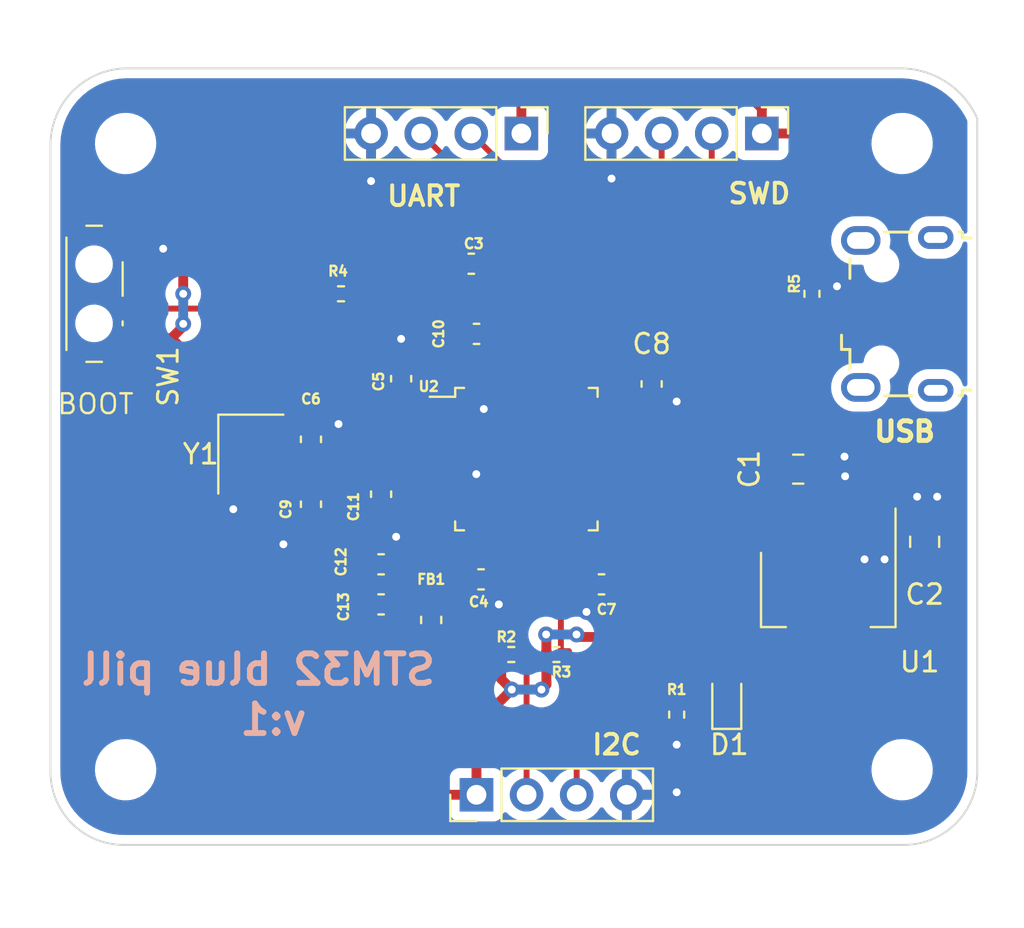
<source format=kicad_pcb>
(kicad_pcb (version 20211014) (generator pcbnew)
  (title_block (title "STM32") (date "2023-08-21") (rev "v1") (comment 1 "Author: Lipson"))
  (layers (0 "F.Cu" signal) (31 "B.Cu" signal) (34 "B.Paste" user) (35 "F.Paste" user) (36 "B.SilkS" user "B.Silkscreen") (37 "F.SilkS" user "F.Silkscreen") (38 "B.Mask" user) (39 "F.Mask" user) (44 "Edge.Cuts" user))
  (net 0 "")
  (net 1 "VBUS")
  (net 2 "GND")
  (net 3 "+3.3V")
  (net 4 "Net-(C4-Pad1)")
  (net 5 "/HSE_IN")
  (net 6 "/HSE_OUT")
  (net 7 "+3.3VA")
  (net 8 "/Power indicator")
  (net 9 "/I2C2_SCL")
  (net 10 "/I2C2_SDA")
  (net 11 "/USART1_TX")
  (net 12 "/USART1_RX")
  (net 13 "/USB_D-")
  (net 14 "/USB_D+")
  (net 16 "/SWDIO")
  (net 17 "/SWCLK")
  (net 18 "Net-(R4-Pad1)")
  (net 19 "/BOOT0")
  (footprint "Button_Switch_SMD:SW_SPDT_PCM12" (layer "F.Cu") (at 111.76 60.96 -90)
    (fp_text reference "SW1" (at 4.191 -3.429 -90) (layer "F.SilkS"))
    (fp_text value "SW_SPDT")
    (fp_line (start 3.45 0.72) (end 3.45 -0.07) (layer "F.SilkS") (width 0.12))
    (fp_line (start -3.45 -0.07) (end -3.45 0.72) (layer "F.SilkS") (width 0.12))
    (fp_line (start 1.4 -1.12) (end 1.6 -1.12) (layer "F.SilkS") (width 0.12))
    (fp_line (start -1.6 -1.12) (end 0.1 -1.12) (layer "F.SilkS") (width 0.12))
    (fp_line (start -2.85 1.73) (end 2.85 1.73) (layer "F.SilkS") (width 0.12))
    (pad "" smd rect (at 3.65 -0.78 270) (size 1 0.8) (layers "F.Cu" "F.Paste" "F.Mask"))
    (pad "" smd rect (at 3.65 1.43 270) (size 1 0.8) (layers "F.Cu" "F.Paste" "F.Mask"))
    (pad "" np_thru_hole circle (at -1.5 0.33 270) (size 0.9 0.9) (drill 0.9) (layers *.Cu *.Mask))
    (pad "" smd rect (at -3.65 -0.78 270) (size 1 0.8) (layers "F.Cu" "F.Paste" "F.Mask"))
    (pad "" smd rect (at -3.65 1.43 270) (size 1 0.8) (layers "F.Cu" "F.Paste" "F.Mask"))
    (pad "" np_thru_hole circle (at 1.5 0.33 270) (size 0.9 0.9) (drill 0.9) (layers *.Cu *.Mask))
    (pad "1" smd rect (at -2.25 -1.43 270) (size 0.7 1.5) (layers "F.Cu" "F.Paste" "F.Mask") (net 2 "GND"))
    (pad "2" smd rect (at 0.75 -1.43 270) (size 0.7 1.5) (layers "F.Cu" "F.Paste" "F.Mask") (net 18 "Net-(R4-Pad1)"))
    (pad "3" smd rect (at 2.25 -1.43 270) (size 0.7 1.5) (layers "F.Cu" "F.Paste" "F.Mask") (net 3 "+3.3V"))
  )
  (footprint "Capacitor_SMD:C_0603_1608Metric" (layer "F.Cu") (at 139.7 65.532 -90)
    (fp_text reference "C8" (at -2.032 0 180) (layer "F.SilkS"))
    (fp_text value "100n")
    (fp_line (start -0.14058 0.51) (end 0.14058 0.51) (layer "F.SilkS") (width 0.12))
    (fp_line (start -0.14058 -0.51) (end 0.14058 -0.51) (layer "F.SilkS") (width 0.12))
    (pad "1" smd roundrect (at -0.775 0 270) (size 0.9 0.95) (layers "F.Cu" "F.Paste" "F.Mask") (net 3 "+3.3V"))
    (pad "2" smd roundrect (at 0.775 0 270) (size 0.9 0.95) (layers "F.Cu" "F.Paste" "F.Mask") (net 2 "GND"))
  )
  (footprint "Capacitor_SMD:C_0603_1608Metric" (layer "F.Cu") (at 122.428 68.339 90)
    (fp_text reference "C6" (at 2.045 0 180) (layer "F.SilkS") (effects (font (size 0.5 0.5) (thickness 0.125))))
    (fp_text value "10p")
    (fp_line (start -0.14058 -0.51) (end 0.14058 -0.51) (layer "F.SilkS") (width 0.12))
    (fp_line (start -0.14058 0.51) (end 0.14058 0.51) (layer "F.SilkS") (width 0.12))
    (pad "1" smd roundrect (at -0.775 0 90) (size 0.9 0.95) (layers "F.Cu" "F.Paste" "F.Mask") (net 5 "/HSE_IN"))
    (pad "2" smd roundrect (at 0.775 0 90) (size 0.9 0.95) (layers "F.Cu" "F.Paste" "F.Mask") (net 2 "GND"))
  )
  (footprint "Resistor_SMD:R_0402_1005Metric" (layer "F.Cu") (at 132.586 79.248)
    (fp_text reference "R2" (at -0.252 -0.889) (layer "F.SilkS") (effects (font (size 0.5 0.5) (thickness 0.125))))
    (fp_text value "1k5")
    (fp_line (start -0.153641 -0.38) (end 0.153641 -0.38) (layer "F.SilkS") (width 0.12))
    (fp_line (start -0.153641 0.38) (end 0.153641 0.38) (layer "F.SilkS") (width 0.12))
    (pad "1" smd roundrect (at -0.51 0) (size 0.54 0.64) (layers "F.Cu" "F.Paste" "F.Mask") (net 3 "+3.3V"))
    (pad "2" smd roundrect (at 0.51 0) (size 0.54 0.64) (layers "F.Cu" "F.Paste" "F.Mask") (net 9 "/I2C2_SCL"))
  )
  (footprint "Capacitor_SMD:C_0805_2012Metric" (layer "F.Cu") (at 147.132 69.85)
    (fp_text reference "C1" (at -2.479 0 90) (layer "F.SilkS"))
    (fp_text value "22u")
    (fp_line (start -0.261252 -0.735) (end 0.261252 -0.735) (layer "F.SilkS") (width 0.12))
    (fp_line (start -0.261252 0.735) (end 0.261252 0.735) (layer "F.SilkS") (width 0.12))
    (pad "1" smd roundrect (at -0.95 0) (size 1 1.45) (layers "F.Cu" "F.Paste" "F.Mask") (net 1 "VBUS"))
    (pad "2" smd roundrect (at 0.95 0) (size 1 1.45) (layers "F.Cu" "F.Paste" "F.Mask") (net 2 "GND"))
  )
  (footprint "Resistor_SMD:R_0402_1005Metric" (layer "F.Cu") (at 134.874 79.248)
    (fp_text reference "R3" (at 0.254 0.889) (layer "F.SilkS") (effects (font (size 0.5 0.5) (thickness 0.125))))
    (fp_text value "1k5")
    (fp_line (start -0.153641 0.38) (end 0.153641 0.38) (layer "F.SilkS") (width 0.12))
    (fp_line (start -0.153641 -0.38) (end 0.153641 -0.38) (layer "F.SilkS") (width 0.12))
    (pad "1" smd roundrect (at -0.51 0) (size 0.54 0.64) (layers "F.Cu" "F.Paste" "F.Mask") (net 3 "+3.3V"))
    (pad "2" smd roundrect (at 0.51 0) (size 0.54 0.64) (layers "F.Cu" "F.Paste" "F.Mask") (net 10 "/I2C2_SDA"))
  )
  (footprint "Resistor_SMD:R_0402_1005Metric" (layer "F.Cu") (at 123.952 60.96)
    (fp_text reference "R4" (at -0.153641 -1.143) (layer "F.SilkS") (effects (font (size 0.5 0.5) (thickness 0.125))))
    (fp_text value "10k")
    (fp_line (start -0.153641 -0.38) (end 0.153641 -0.38) (layer "F.SilkS") (width 0.12))
    (fp_line (start -0.153641 0.38) (end 0.153641 0.38) (layer "F.SilkS") (width 0.12))
    (pad "1" smd roundrect (at -0.51 0) (size 0.54 0.64) (layers "F.Cu" "F.Paste" "F.Mask") (net 18 "Net-(R4-Pad1)"))
    (pad "2" smd roundrect (at 0.51 0) (size 0.54 0.64) (layers "F.Cu" "F.Paste" "F.Mask") (net 19 "/BOOT0"))
  )
  (footprint "Capacitor_SMD:C_0603_1608Metric" (layer "F.Cu") (at 137.16 75.692 180)
    (fp_text reference "C7" (at -0.254 -1.27 180) (layer "F.SilkS") (effects (font (size 0.5 0.5) (thickness 0.125))))
    (fp_text value "100n")
    (fp_line (start -0.14058 -0.51) (end 0.14058 -0.51) (layer "F.SilkS") (width 0.12))
    (fp_line (start -0.14058 0.51) (end 0.14058 0.51) (layer "F.SilkS") (width 0.12))
    (pad "1" smd roundrect (at -0.775 0 180) (size 0.9 0.95) (layers "F.Cu" "F.Paste" "F.Mask") (net 3 "+3.3V"))
    (pad "2" smd roundrect (at 0.775 0 180) (size 0.9 0.95) (layers "F.Cu" "F.Paste" "F.Mask") (net 2 "GND"))
  )
  (footprint "Connector_PinHeader_2.54mm:PinHeader_1x04_P2.54mm_Vertical" (layer "F.Cu") (at 133.096 52.832 -90)
    (fp_text reference "J2")
    (fp_text value "Conn_01x04_Male")
    (fp_line (start -1.33 -1.33) (end 0 -1.33) (layer "F.SilkS") (width 0.12))
    (fp_line (start 1.33 1.27) (end 1.33 8.95) (layer "F.SilkS") (width 0.12))
    (fp_line (start -1.33 0) (end -1.33 -1.33) (layer "F.SilkS") (width 0.12))
    (fp_line (start -1.33 8.95) (end 1.33 8.95) (layer "F.SilkS") (width 0.12))
    (fp_line (start -1.33 1.27) (end -1.33 8.95) (layer "F.SilkS") (width 0.12))
    (fp_line (start -1.33 1.27) (end 1.33 1.27) (layer "F.SilkS") (width 0.12))
    (pad "1" thru_hole rect (at 0 0 270) (size 1.7 1.7) (drill 1) (layers *.Cu *.Mask) (net 3 "+3.3V"))
    (pad "2" thru_hole oval (at 0 2.54 270) (size 1.7 1.7) (drill 1) (layers *.Cu *.Mask) (net 11 "/USART1_TX"))
    (pad "3" thru_hole oval (at 0 5.08 270) (size 1.7 1.7) (drill 1) (layers *.Cu *.Mask) (net 12 "/USART1_RX"))
    (pad "4" thru_hole oval (at 0 7.62 270) (size 1.7 1.7) (drill 1) (layers *.Cu *.Mask) (net 2 "GND"))
  )
  (footprint "MountingHole:MountingHole_2.1mm" (layer "F.Cu") (at 152.4 53.34)
    (fp_text reference "H3")
    (fp_text value "MountingHole")
    (pad "" np_thru_hole circle (at 0 0) (size 2.1 2.1) (drill 2.1) (layers *.Cu *.Mask))
  )
  (footprint "Capacitor_SMD:C_0805_2012Metric" (layer "F.Cu") (at 153.543 73.533 90)
    (fp_text reference "C2" (at -2.667 0 180) (layer "F.SilkS"))
    (fp_text value "22u")
    (fp_line (start -0.261252 -0.735) (end 0.261252 -0.735) (layer "F.SilkS") (width 0.12))
    (fp_line (start -0.261252 0.735) (end 0.261252 0.735) (layer "F.SilkS") (width 0.12))
    (pad "1" smd roundrect (at -0.95 0 90) (size 1 1.45) (layers "F.Cu" "F.Paste" "F.Mask") (net 3 "+3.3V"))
    (pad "2" smd roundrect (at 0.95 0 90) (size 1 1.45) (layers "F.Cu" "F.Paste" "F.Mask") (net 2 "GND"))
  )
  (footprint "Capacitor_SMD:C_0603_1608Metric" (layer "F.Cu") (at 122.428 71.628 -90)
    (fp_text reference "C9" (at 0.254 1.27 -90) (layer "F.SilkS") (effects (font (size 0.5 0.5) (thickness 0.125))))
    (fp_text value "10p")
    (fp_line (start -0.14058 -0.51) (end 0.14058 -0.51) (layer "F.SilkS") (width 0.12))
    (fp_line (start -0.14058 0.51) (end 0.14058 0.51) (layer "F.SilkS") (width 0.12))
    (pad "1" smd roundrect (at -0.775 0 270) (size 0.9 0.95) (layers "F.Cu" "F.Paste" "F.Mask") (net 6 "/HSE_OUT"))
    (pad "2" smd roundrect (at 0.775 0 270) (size 0.9 0.95) (layers "F.Cu" "F.Paste" "F.Mask") (net 2 "GND"))
  )
  (footprint "Connector_PinHeader_2.54mm:PinHeader_1x04_P2.54mm_Vertical" (layer "F.Cu") (at 145.288 52.832 -90)
    (fp_text reference "J4")
    (fp_text value "Conn_01x04_Male")
    (fp_line (start -1.33 1.27) (end -1.33 8.95) (layer "F.SilkS") (width 0.12))
    (fp_line (start -1.33 8.95) (end 1.33 8.95) (layer "F.SilkS") (width 0.12))
    (fp_line (start -1.33 0) (end -1.33 -1.33) (layer "F.SilkS") (width 0.12))
    (fp_line (start -1.33 -1.33) (end 0 -1.33) (layer "F.SilkS") (width 0.12))
    (fp_line (start 1.33 1.27) (end 1.33 8.95) (layer "F.SilkS") (width 0.12))
    (fp_line (start -1.33 1.27) (end 1.33 1.27) (layer "F.SilkS") (width 0.12))
    (pad "1" thru_hole rect (at 0 0 270) (size 1.7 1.7) (drill 1) (layers *.Cu *.Mask) (net 3 "+3.3V"))
    (pad "2" thru_hole oval (at 0 2.54 270) (size 1.7 1.7) (drill 1) (layers *.Cu *.Mask) (net 16 "/SWDIO"))
    (pad "3" thru_hole oval (at 0 5.08 270) (size 1.7 1.7) (drill 1) (layers *.Cu *.Mask) (net 17 "/SWCLK"))
    (pad "4" thru_hole oval (at 0 7.62 270) (size 1.7 1.7) (drill 1) (layers *.Cu *.Mask) (net 2 "GND"))
  )
  (footprint "Capacitor_SMD:C_0603_1608Metric" (layer "F.Cu") (at 127 65.265 90)
    (fp_text reference "C5" (at -0.14 -1.143 270) (layer "F.SilkS") (effects (font (size 0.5 0.5) (thickness 0.125))))
    (fp_text value "100n")
    (fp_line (start -0.14058 0.51) (end 0.14058 0.51) (layer "F.SilkS") (width 0.12))
    (fp_line (start -0.14058 -0.51) (end 0.14058 -0.51) (layer "F.SilkS") (width 0.12))
    (pad "1" smd roundrect (at -0.775 0 90) (size 0.9 0.95) (layers "F.Cu" "F.Paste" "F.Mask") (net 3 "+3.3V"))
    (pad "2" smd roundrect (at 0.775 0 90) (size 0.9 0.95) (layers "F.Cu" "F.Paste" "F.Mask") (net 2 "GND"))
  )
  (footprint "MountingHole:MountingHole_2.1mm" (layer "F.Cu") (at 113.03 53.34)
    (fp_text reference "H4")
    (fp_text value "MountingHole")
    (pad "" np_thru_hole circle (at 0 0) (size 2.1 2.1) (drill 2.1) (layers *.Cu *.Mask))
  )
  (footprint "Package_QFP:LQFP-48_7x7mm_P0.5mm" (layer "F.Cu") (at 133.35 69.342)
    (fp_text reference "U2" (at -4.953 -3.683) (layer "F.SilkS") (effects (font (size 0.5 0.5) (thickness 0.125))))
    (fp_text value "STM32F103C8Tx")
    (fp_line (start -3.16 3.61) (end -3.61 3.61) (layer "F.SilkS") (width 0.12))
    (fp_line (start 3.16 3.61) (end 3.61 3.61) (layer "F.SilkS") (width 0.12))
    (fp_line (start 3.61 -3.61) (end 3.61 -3.16) (layer "F.SilkS") (width 0.12))
    (fp_line (start -3.61 -3.61) (end -3.61 -3.16) (layer "F.SilkS") (width 0.12))
    (fp_line (start 3.16 -3.61) (end 3.61 -3.61) (layer "F.SilkS") (width 0.12))
    (fp_line (start 3.61 3.61) (end 3.61 3.16) (layer "F.SilkS") (width 0.12))
    (fp_line (start -3.61 3.61) (end -3.61 3.16) (layer "F.SilkS") (width 0.12))
    (fp_line (start -3.61 -3.16) (end -4.9 -3.16) (layer "F.SilkS") (width 0.12))
    (fp_line (start -3.16 -3.61) (end -3.61 -3.61) (layer "F.SilkS") (width 0.12))
    (pad "1" smd roundrect (at -4.1625 -2.75) (size 1.475 0.3) (layers "F.Cu" "F.Paste" "F.Mask") (net 3 "+3.3V"))
    (pad "2" smd roundrect (at -4.1625 -2.25) (size 1.475 0.3) (layers "F.Cu" "F.Paste" "F.Mask"))
    (pad "3" smd roundrect (at -4.1625 -1.75) (size 1.475 0.3) (layers "F.Cu" "F.Paste" "F.Mask"))
    (pad "4" smd roundrect (at -4.1625 -1.25) (size 1.475 0.3) (layers "F.Cu" "F.Paste" "F.Mask"))
    (pad "5" smd roundrect (at -4.1625 -0.75) (size 1.475 0.3) (layers "F.Cu" "F.Paste" "F.Mask") (net 5 "/HSE_IN"))
    (pad "6" smd roundrect (at -4.1625 -0.25) (size 1.475 0.3) (layers "F.Cu" "F.Paste" "F.Mask") (net 6 "/HSE_OUT"))
    (pad "7" smd roundrect (at -4.1625 0.25) (size 1.475 0.3) (layers "F.Cu" "F.Paste" "F.Mask") (net 4 "Net-(C4-Pad1)"))
    (pad "8" smd roundrect (at -4.1625 0.75) (size 1.475 0.3) (layers "F.Cu" "F.Paste" "F.Mask") (net 2 "GND"))
    (pad "9" smd roundrect (at -4.1625 1.25) (size 1.475 0.3) (layers "F.Cu" "F.Paste" "F.Mask") (net 7 "+3.3VA"))
    (pad "10" smd roundrect (at -4.1625 1.75) (size 1.475 0.3) (layers "F.Cu" "F.Paste" "F.Mask"))
    (pad "11" smd roundrect (at -4.1625 2.25) (size 1.475 0.3) (layers "F.Cu" "F.Paste" "F.Mask"))
    (pad "12" smd roundrect (at -4.1625 2.75) (size 1.475 0.3) (layers "F.Cu" "F.Paste" "F.Mask"))
    (pad "13" smd roundrect (at -2.75 4.1625) (size 0.3 1.475) (layers "F.Cu" "F.Paste" "F.Mask"))
    (pad "14" smd roundrect (at -2.25 4.1625) (size 0.3 1.475) (layers "F.Cu" "F.Paste" "F.Mask"))
    (pad "15" smd roundrect (at -1.75 4.1625) (size 0.3 1.475) (layers "F.Cu" "F.Paste" "F.Mask"))
    (pad "16" smd roundrect (at -1.25 4.1625) (size 0.3 1.475) (layers "F.Cu" "F.Paste" "F.Mask"))
    (pad "17" smd roundrect (at -0.75 4.1625) (size 0.3 1.475) (layers "F.Cu" "F.Paste" "F.Mask"))
    (pad "18" smd roundrect (at -0.25 4.1625) (size 0.3 1.475) (layers "F.Cu" "F.Paste" "F.Mask"))
    (pad "19" smd roundrect (at 0.25 4.1625) (size 0.3 1.475) (layers "F.Cu" "F.Paste" "F.Mask"))
    (pad "20" smd roundrect (at 0.75 4.1625) (size 0.3 1.475) (layers "F.Cu" "F.Paste" "F.Mask"))
    (pad "21" smd roundrect (at 1.25 4.1625) (size 0.3 1.475) (layers "F.Cu" "F.Paste" "F.Mask") (net 9 "/I2C2_SCL"))
    (pad "22" smd roundrect (at 1.75 4.1625) (size 0.3 1.475) (layers "F.Cu" "F.Paste" "F.Mask") (net 10 "/I2C2_SDA"))
    (pad "23" smd roundrect (at 2.25 4.1625) (size 0.3 1.475) (layers "F.Cu" "F.Paste" "F.Mask") (net 2 "GND"))
    (pad "24" smd roundrect (at 2.75 4.1625) (size 0.3 1.475) (layers "F.Cu" "F.Paste" "F.Mask") (net 3 "+3.3V"))
    (pad "25" smd roundrect (at 4.1625 2.75) (size 1.475 0.3) (layers "F.Cu" "F.Paste" "F.Mask"))
    (pad "26" smd roundrect (at 4.1625 2.25) (size 1.475 0.3) (layers "F.Cu" "F.Paste" "F.Mask"))
    (pad "27" smd roundrect (at 4.1625 1.75) (size 1.475 0.3) (layers "F.Cu" "F.Paste" "F.Mask"))
    (pad "28" smd roundrect (at 4.1625 1.25) (size 1.475 0.3) (layers "F.Cu" "F.Paste" "F.Mask"))
    (pad "29" smd roundrect (at 4.1625 0.75) (size 1.475 0.3) (layers "F.Cu" "F.Paste" "F.Mask"))
    (pad "30" smd roundrect (at 4.1625 0.25) (size 1.475 0.3) (layers "F.Cu" "F.Paste" "F.Mask"))
    (pad "31" smd roundrect (at 4.1625 -0.25) (size 1.475 0.3) (layers "F.Cu" "F.Paste" "F.Mask"))
    (pad "32" smd roundrect (at 4.1625 -0.75) (size 1.475 0.3) (layers "F.Cu" "F.Paste" "F.Mask") (net 13 "/USB_D-"))
    (pad "33" smd roundrect (at 4.1625 -1.25) (size 1.475 0.3) (layers "F.Cu" "F.Paste" "F.Mask") (net 14 "/USB_D+"))
    (pad "34" smd roundrect (at 4.1625 -1.75) (size 1.475 0.3) (layers "F.Cu" "F.Paste" "F.Mask") (net 16 "/SWDIO"))
    (pad "35" smd roundrect (at 4.1625 -2.25) (size 1.475 0.3) (layers "F.Cu" "F.Paste" "F.Mask") (net 2 "GND"))
    (pad "36" smd roundrect (at 4.1625 -2.75) (size 1.475 0.3) (layers "F.Cu" "F.Paste" "F.Mask") (net 3 "+3.3V"))
    (pad "37" smd roundrect (at 2.75 -4.1625) (size 0.3 1.475) (layers "F.Cu" "F.Paste" "F.Mask") (net 17 "/SWCLK"))
    (pad "38" smd roundrect (at 2.25 -4.1625) (size 0.3 1.475) (layers "F.Cu" "F.Paste" "F.Mask"))
    (pad "39" smd roundrect (at 1.75 -4.1625) (size 0.3 1.475) (layers "F.Cu" "F.Paste" "F.Mask"))
    (pad "40" smd roundrect (at 1.25 -4.1625) (size 0.3 1.475) (layers "F.Cu" "F.Paste" "F.Mask"))
    (pad "41" smd roundrect (at 0.75 -4.1625) (size 0.3 1.475) (layers "F.Cu" "F.Paste" "F.Mask"))
    (pad "42" smd roundrect (at 0.25 -4.1625) (size 0.3 1.475) (layers "F.Cu" "F.Paste" "F.Mask") (net 11 "/USART1_TX"))
    (pad "43" smd roundrect (at -0.25 -4.1625) (size 0.3 1.475) (layers "F.Cu" "F.Paste" "F.Mask") (net 12 "/USART1_RX"))
    (pad "44" smd roundrect (at -0.75 -4.1625) (size 0.3 1.475) (layers "F.Cu" "F.Paste" "F.Mask") (net 19 "/BOOT0"))
    (pad "45" smd roundrect (at -1.25 -4.1625) (size 0.3 1.475) (layers "F.Cu" "F.Paste" "F.Mask"))
    (pad "46" smd roundrect (at -1.75 -4.1625) (size 0.3 1.475) (layers "F.Cu" "F.Paste" "F.Mask"))
    (pad "47" smd roundrect (at -2.25 -4.1625) (size 0.3 1.475) (layers "F.Cu" "F.Paste" "F.Mask") (net 2 "GND"))
    (pad "48" smd roundrect (at -2.75 -4.1625) (size 0.3 1.475) (layers "F.Cu" "F.Paste" "F.Mask") (net 3 "+3.3V"))
  )
  (footprint "Capacitor_SMD:C_0603_1608Metric" (layer "F.Cu") (at 125.984 71.12 90)
    (fp_text reference "C11" (at -0.635 -1.397 90) (layer "F.SilkS") (effects (font (size 0.5 0.5) (thickness 0.125))))
    (fp_text value "10n")
    (fp_line (start -0.14058 0.51) (end 0.14058 0.51) (layer "F.SilkS") (width 0.12))
    (fp_line (start -0.14058 -0.51) (end 0.14058 -0.51) (layer "F.SilkS") (width 0.12))
    (pad "1" smd roundrect (at -0.775 0 90) (size 0.9 0.95) (layers "F.Cu" "F.Paste" "F.Mask") (net 7 "+3.3VA"))
    (pad "2" smd roundrect (at 0.775 0 90) (size 0.9 0.95) (layers "F.Cu" "F.Paste" "F.Mask") (net 2 "GND"))
  )
  (footprint "Package_TO_SOT_SMD:SOT-223-3_TabPin2" (layer "F.Cu") (at 148.656 75.946 -90)
    (fp_text reference "U1" (at 3.683 -4.633 180) (layer "F.SilkS"))
    (fp_text value "AMS1117-3.3")
    (fp_line (start -4.1 -3.41) (end 1.91 -3.41) (layer "F.SilkS") (width 0.12))
    (fp_line (start 1.91 -3.41) (end 1.91 -2.15) (layer "F.SilkS") (width 0.12))
    (fp_line (start -1.85 3.41) (end 1.91 3.41) (layer "F.SilkS") (width 0.12))
    (fp_line (start 1.91 3.41) (end 1.91 2.15) (layer "F.SilkS") (width 0.12))
    (pad "1" smd rect (at -3.15 -2.3 270) (size 2 1.5) (layers "F.Cu" "F.Paste" "F.Mask") (net 2 "GND"))
    (pad "2" smd rect (at -3.15 0 270) (size 2 1.5) (layers "F.Cu" "F.Paste" "F.Mask") (net 3 "+3.3V"))
    (pad "2" smd rect (at 3.15 0 270) (size 2 3.8) (layers "F.Cu" "F.Paste" "F.Mask") (net 3 "+3.3V"))
    (pad "3" smd rect (at -3.15 2.3 270) (size 2 1.5) (layers "F.Cu" "F.Paste" "F.Mask") (net 1 "VBUS"))
  )
  (footprint "Connector_PinHeader_2.54mm:PinHeader_1x04_P2.54mm_Vertical" (layer "F.Cu") (at 130.82 86.36 90)
    (fp_text reference "J1")
    (fp_text value "Conn_01x04_Male")
    (fp_line (start 1.33 1.27) (end 1.33 8.95) (layer "F.SilkS") (width 0.12))
    (fp_line (start -1.33 8.95) (end 1.33 8.95) (layer "F.SilkS") (width 0.12))
    (fp_line (start -1.33 0) (end -1.33 -1.33) (layer "F.SilkS") (width 0.12))
    (fp_line (start -1.33 -1.33) (end 0 -1.33) (layer "F.SilkS") (width 0.12))
    (fp_line (start -1.33 1.27) (end 1.33 1.27) (layer "F.SilkS") (width 0.12))
    (fp_line (start -1.33 1.27) (end -1.33 8.95) (layer "F.SilkS") (width 0.12))
    (pad "1" thru_hole rect (at 0 0 90) (size 1.7 1.7) (drill 1) (layers *.Cu *.Mask) (net 3 "+3.3V"))
    (pad "2" thru_hole oval (at 0 2.54 90) (size 1.7 1.7) (drill 1) (layers *.Cu *.Mask) (net 9 "/I2C2_SCL"))
    (pad "3" thru_hole oval (at 0 5.08 90) (size 1.7 1.7) (drill 1) (layers *.Cu *.Mask) (net 10 "/I2C2_SDA"))
    (pad "4" thru_hole oval (at 0 7.62 90) (size 1.7 1.7) (drill 1) (layers *.Cu *.Mask) (net 2 "GND"))
  )
  (footprint "LED_SMD:LED_0603_1608Metric" (layer "F.Cu") (at 143.51 81.534 90)
    (fp_text reference "D1" (at -2.286 0.127 180) (layer "F.SilkS"))
    (fp_text value "LED")
    (fp_line (start 0.8 -0.735) (end -1.485 -0.735) (layer "F.SilkS") (width 0.12))
    (fp_line (start -1.485 0.735) (end 0.8 0.735) (layer "F.SilkS") (width 0.12))
    (fp_line (start -1.485 -0.735) (end -1.485 0.735) (layer "F.SilkS") (width 0.12))
    (pad "1" smd roundrect (at -0.7875 0 90) (size 0.875 0.95) (layers "F.Cu" "F.Paste" "F.Mask") (net 8 "/Power indicator"))
    (pad "2" smd roundrect (at 0.7875 0 90) (size 0.875 0.95) (layers "F.Cu" "F.Paste" "F.Mask") (net 3 "+3.3V"))
  )
  (footprint "Capacitor_SMD:C_0603_1608Metric" (layer "F.Cu") (at 130.556 59.436)
    (fp_text reference "C3" (at 0.127 -1.016) (layer "F.SilkS") (effects (font (size 0.5 0.5) (thickness 0.125))))
    (fp_text value "10u")
    (fp_line (start -0.14058 0.51) (end 0.14058 0.51) (layer "F.SilkS") (width 0.12))
    (fp_line (start -0.14058 -0.51) (end 0.14058 -0.51) (layer "F.SilkS") (width 0.12))
    (pad "1" smd roundrect (at -0.775 0) (size 0.9 0.95) (layers "F.Cu" "F.Paste" "F.Mask") (net 3 "+3.3V"))
    (pad "2" smd roundrect (at 0.775 0) (size 0.9 0.95) (layers "F.Cu" "F.Paste" "F.Mask") (net 2 "GND"))
  )
  (footprint "Resistor_SMD:R_0402_1005Metric" (layer "F.Cu") (at 140.97 82.296 -90)
    (fp_text reference "R1" (at -1.27 0) (layer "F.SilkS") (effects (font (size 0.5 0.5) (thickness 0.125))))
    (fp_text value "1k5")
    (fp_line (start -0.153641 -0.38) (end 0.153641 -0.38) (layer "F.SilkS") (width 0.12))
    (fp_line (start -0.153641 0.38) (end 0.153641 0.38) (layer "F.SilkS") (width 0.12))
    (pad "1" smd roundrect (at -0.51 0 270) (size 0.54 0.64) (layers "F.Cu" "F.Paste" "F.Mask") (net 8 "/Power indicator"))
    (pad "2" smd roundrect (at 0.51 0 270) (size 0.54 0.64) (layers "F.Cu" "F.Paste" "F.Mask") (net 2 "GND"))
  )
  (footprint "Connector_USB:USB_Micro-B_Wuerth_629105150521" (layer "F.Cu") (at 152.153 61.981 90)
    (fp_text reference "J3")
    (fp_text value "USB_B_Micro")
    (fp_line (start 3.85 3.3) (end 4.15 3.3) (layer "F.SilkS") (width 0.15))
    (fp_line (start -4.15 -0.65) (end -4.15 0.75) (layer "F.SilkS") (width 0.15))
    (fp_line (start 4.15 3.3) (end 4.15 3.15) (layer "F.SilkS") (width 0.15))
    (fp_line (start 4.15 0.75) (end 4.15 -0.65) (layer "F.SilkS") (width 0.15))
    (fp_line (start -4.15 3.3) (end -3.85 3.3) (layer "F.SilkS") (width 0.15))
    (fp_line (start -1.8 -2.825) (end -1.8 -2.4) (layer "F.SilkS") (width 0.15))
    (fp_line (start 3.85 3.75) (end 3.85 3.3) (layer "F.SilkS") (width 0.15))
    (fp_line (start -1.8 -2.4) (end -2.8 -2.4) (layer "F.SilkS") (width 0.15))
    (fp_line (start 1.8 -2.4) (end 2.8 -2.4) (layer "F.SilkS") (width 0.15))
    (fp_line (start -4.15 3.15) (end -4.15 3.3) (layer "F.SilkS") (width 0.15))
    (fp_line (start -1.075 -2.825) (end -1.8 -2.825) (layer "F.SilkS") (width 0.15))
    (fp_line (start -3.85 3.3) (end -3.85 3.75) (layer "F.SilkS") (width 0.15))
    (pad "" np_thru_hole oval (at 2.5 -0.8 90) (size 0.8 0.8) (drill 0.8) (layers *.Cu *.Mask))
    (pad "" np_thru_hole oval (at -2.5 -0.8 90) (size 0.8 0.8) (drill 0.8) (layers *.Cu *.Mask))
    (pad "1" smd rect (at -1.3 -1.9 90) (size 0.45 1.3) (layers "F.Cu" "F.Paste" "F.Mask") (net 1 "VBUS"))
    (pad "2" smd rect (at -0.65 -1.9 90) (size 0.45 1.3) (layers "F.Cu" "F.Paste" "F.Mask") (net 13 "/USB_D-"))
    (pad "3" smd rect (at 0 -1.9 90) (size 0.45 1.3) (layers "F.Cu" "F.Paste" "F.Mask") (net 14 "/USB_D+"))
    (pad "4" smd rect (at 0.65 -1.9 90) (size 0.45 1.3) (layers "F.Cu" "F.Paste" "F.Mask"))
    (pad "5" smd rect (at 1.3 -1.9 90) (size 0.45 1.3) (layers "F.Cu" "F.Paste" "F.Mask") (net 2 "GND"))
    (pad "6" thru_hole oval (at -3.725 -1.85 90) (size 1.45 2) (drill oval 0.85 1.4) (layers *.Cu *.Mask))
    (pad "6" thru_hole oval (at 3.875 1.95 90) (size 1.15 1.8) (drill oval 0.55 1.2) (layers *.Cu *.Mask))
    (pad "6" thru_hole oval (at 3.725 -1.85 90) (size 1.45 2) (drill oval 0.85 1.4) (layers *.Cu *.Mask))
    (pad "6" thru_hole oval (at -3.875 1.95 90) (size 1.15 1.8) (drill oval 0.55 1.2) (layers *.Cu *.Mask))
  )
  (footprint "MountingHole:MountingHole_2.1mm" (layer "F.Cu") (at 113.03 85.09)
    (fp_text reference "H1")
    (fp_text value "MountingHole")
    (pad "" np_thru_hole circle (at 0 0) (size 2.1 2.1) (drill 2.1) (layers *.Cu *.Mask))
  )
  (footprint "Capacitor_SMD:C_0603_1608Metric" (layer "F.Cu") (at 130.823 62.992)
    (fp_text reference "C10" (at -1.918 0 90) (layer "F.SilkS") (effects (font (size 0.5 0.5) (thickness 0.125))))
    (fp_text value "100n")
    (fp_line (start -0.14058 0.51) (end 0.14058 0.51) (layer "F.SilkS") (width 0.12))
    (fp_line (start -0.14058 -0.51) (end 0.14058 -0.51) (layer "F.SilkS") (width 0.12))
    (pad "1" smd roundrect (at -0.775 0) (size 0.9 0.95) (layers "F.Cu" "F.Paste" "F.Mask") (net 3 "+3.3V"))
    (pad "2" smd roundrect (at 0.775 0) (size 0.9 0.95) (layers "F.Cu" "F.Paste" "F.Mask") (net 2 "GND"))
  )
  (footprint "Capacitor_SMD:C_0603_1608Metric" (layer "F.Cu") (at 131.051 75.438)
    (fp_text reference "C4" (at -0.114 1.143) (layer "F.SilkS") (effects (font (size 0.5 0.5) (thickness 0.125))))
    (fp_text value "100n")
    (fp_line (start -0.14058 0.51) (end 0.14058 0.51) (layer "F.SilkS") (width 0.12))
    (fp_line (start -0.14058 -0.51) (end 0.14058 -0.51) (layer "F.SilkS") (width 0.12))
    (pad "1" smd roundrect (at -0.775 0) (size 0.9 0.95) (layers "F.Cu" "F.Paste" "F.Mask") (net 4 "Net-(C4-Pad1)"))
    (pad "2" smd roundrect (at 0.775 0) (size 0.9 0.95) (layers "F.Cu" "F.Paste" "F.Mask") (net 2 "GND"))
  )
  (footprint "Resistor_SMD:R_0402_1005Metric" (layer "F.Cu") (at 147.828 60.96 -90)
    (fp_text reference "R5" (at -0.508 0.889 -90) (layer "F.SilkS") (effects (font (size 0.5 0.5) (thickness 0.125))))
    (fp_text value "1K5")
    (fp_line (start -0.153641 -0.38) (end 0.153641 -0.38) (layer "F.SilkS") (width 0.12))
    (fp_line (start -0.153641 0.38) (end 0.153641 0.38) (layer "F.SilkS") (width 0.12))
    (pad "1" smd roundrect (at -0.51 0 270) (size 0.54 0.64) (layers "F.Cu" "F.Paste" "F.Mask") (net 3 "+3.3V"))
    (pad "2" smd roundrect (at 0.51 0 270) (size 0.54 0.64) (layers "F.Cu" "F.Paste" "F.Mask") (net 14 "/USB_D+"))
  )
  (footprint "Capacitor_SMD:C_0603_1608Metric" (layer "F.Cu") (at 125.984 76.708 180)
    (fp_text reference "C13" (at 1.905 -0.127 90) (layer "F.SilkS") (effects (font (size 0.5 0.5) (thickness 0.125))))
    (fp_text value "1u")
    (fp_line (start -0.14058 0.51) (end 0.14058 0.51) (layer "F.SilkS") (width 0.12))
    (fp_line (start -0.14058 -0.51) (end 0.14058 -0.51) (layer "F.SilkS") (width 0.12))
    (pad "1" smd roundrect (at -0.775 0 180) (size 0.9 0.95) (layers "F.Cu" "F.Paste" "F.Mask") (net 3 "+3.3V"))
    (pad "2" smd roundrect (at 0.775 0 180) (size 0.9 0.95) (layers "F.Cu" "F.Paste" "F.Mask") (net 2 "GND"))
  )
  (footprint "MountingHole:MountingHole_2.1mm" (layer "F.Cu") (at 152.4 85.09)
    (fp_text reference "H2")
    (fp_text value "MountingHole")
    (pad "" np_thru_hole circle (at 0 0) (size 2.1 2.1) (drill 2.1) (layers *.Cu *.Mask))
  )
  (footprint "Crystal:Crystal_SMD_3225-4Pin_3.2x2.5mm" (layer "F.Cu") (at 119.38 69.088 -90)
    (fp_text reference "Y1" (at 0 2.54 180) (layer "F.SilkS"))
    (fp_text value "16MHz")
    (fp_line (start -2 -1.65) (end -2 1.65) (layer "F.SilkS") (width 0.12))
    (fp_line (start -2 1.65) (end 2 1.65) (layer "F.SilkS") (width 0.12))
    (pad "1" smd rect (at -1.1 0.85 270) (size 1.4 1.2) (layers "F.Cu" "F.Paste" "F.Mask") (net 5 "/HSE_IN"))
    (pad "2" smd rect (at 1.1 0.85 270) (size 1.4 1.2) (layers "F.Cu" "F.Paste" "F.Mask") (net 2 "GND"))
    (pad "3" smd rect (at 1.1 -0.85 270) (size 1.4 1.2) (layers "F.Cu" "F.Paste" "F.Mask") (net 6 "/HSE_OUT"))
    (pad "4" smd rect (at -1.1 -0.85 270) (size 1.4 1.2) (layers "F.Cu" "F.Paste" "F.Mask") (net 2 "GND"))
  )
  (footprint "Capacitor_SMD:C_0603_1608Metric" (layer "F.Cu") (at 125.984 74.676 180)
    (fp_text reference "C12" (at 2.032 0.127 270) (layer "F.SilkS") (effects (font (size 0.5 0.5) (thickness 0.125))))
    (fp_text value "1u")
    (fp_line (start -0.14058 0.51) (end 0.14058 0.51) (layer "F.SilkS") (width 0.12))
    (fp_line (start -0.14058 -0.51) (end 0.14058 -0.51) (layer "F.SilkS") (width 0.12))
    (pad "1" smd roundrect (at -0.775 0 180) (size 0.9 0.95) (layers "F.Cu" "F.Paste" "F.Mask") (net 2 "GND"))
    (pad "2" smd roundrect (at 0.775 0 180) (size 0.9 0.95) (layers "F.Cu" "F.Paste" "F.Mask") (net 7 "+3.3VA"))
  )
  (footprint "Inductor_SMD:L_0603_1608Metric" (layer "F.Cu") (at 128.524 77.4955 90)
    (fp_text reference "FB1" (at 2.0575 0) (layer "F.SilkS") (effects (font (size 0.5 0.5) (thickness 0.125))))
    (fp_text value "FerriteBead")
    (fp_line (start -0.162779 -0.51) (end 0.162779 -0.51) (layer "F.SilkS") (width 0.12))
    (fp_line (start -0.162779 0.51) (end 0.162779 0.51) (layer "F.SilkS") (width 0.12))
    (pad "1" smd roundrect (at -0.7875 0 90) (size 0.875 0.95) (layers "F.Cu" "F.Paste" "F.Mask") (net 7 "+3.3VA"))
    (pad "2" smd roundrect (at 0.7875 0 90) (size 0.875 0.95) (layers "F.Cu" "F.Paste" "F.Mask") (net 3 "+3.3V"))
  )
  (gr_line (start 113.03 88.9) (end 152.4 88.9) (layer "Edge.Cuts") (width 0.1))
  (gr_line (start 156.21 52.07) (end 156.21 85.09) (layer "Edge.Cuts") (width 0.1))
  (gr_line (start 109.22 53.34) (end 109.22 85.09) (layer "Edge.Cuts") (width 0.1))
  (gr_arc (start 156.21 85.09) (mid 155.122557 87.812557) (end 152.4 88.9) (layer "Edge.Cuts") (width 0.1))
  (gr_arc (start 113.03 88.9) (mid 110.307875 87.812125) (end 109.22 85.09) (layer "Edge.Cuts") (width 0.1))
  (gr_arc (start 109.22 53.34) (mid 110.362704 50.672704) (end 113.03 49.53) (layer "Edge.Cuts") (width 0.1))
  (gr_line (start 113.03 49.53) (end 152.4 49.53) (layer "Edge.Cuts") (width 0.1))
  (gr_arc (start 152.4 49.53) (mid 154.672865 50.248202) (end 156.21 52.07) (layer "Edge.Cuts") (width 0.1))
  (gr_text "v:1" (at 120.523 82.55) (layer "B.SilkS") (effects (font (size 1.5 1.5) (thickness 0.3)) (justify mirror)))
  (gr_text "STM32 blue pill" (at 119.761 80.01) (layer "B.SilkS") (effects (font (size 1.5 1.5) (thickness 0.3)) (justify mirror)))
  (gr_text "SWD" (at 145.161 55.88) (layer "F.SilkS") (effects (font (size 1 1) (thickness 0.2))))
  (gr_text "BOOT" (at 111.506 66.548) (layer "F.SilkS") (effects (font (size 1 1) (thickness 0.125))))
  (gr_text "I2C" (at 137.922 83.82) (layer "F.SilkS") (effects (font (size 1 1) (thickness 0.2))))
  (gr_text "UART\n" (at 128.143 56.007) (layer "F.SilkS") (effects (font (size 1 1) (thickness 0.2))))
  (gr_text "USB" (at 152.527 67.945) (layer "F.SilkS") (effects (font (size 1 1) (thickness 0.25))))
  (segment (start 122.428 72.403) (end 122.288 72.403) (width 0.3) (layer "F.Cu") (net 2))
  (segment (start 126.746 74.663) (end 126.759 74.676) (width 0.3) (layer "F.Cu") (net 2))
  (segment (start 126.237 70.092) (end 125.984 70.345) (width 0.3) (layer "F.Cu") (net 2))
  (segment (start 125.209 76.708) (end 125.209 76.226) (width 0.5) (layer "F.Cu") (net 2))
  (segment (start 139.814 66.421) (end 139.7 66.307) (width 0.5) (layer "F.Cu") (net 2))
  (segment (start 129.1875 70.092) (end 130.798 70.092) (width 0.3) (layer "F.Cu") (net 2))
  (segment (start 135.6 74.907) (end 136.385 75.692) (width 0.3) (layer "F.Cu") (net 2))
  (segment (start 149.2 60.681) (end 149.098 60.579) (width 0.3) (layer "F.Cu") (net 2))
  (segment (start 136.385 75.692) (end 136.385 77.076) (width 0.3) (layer "F.Cu") (net 2))
  (segment (start 120.23 67.988) (end 122.004 67.988) (width 0.5) (layer "F.Cu") (net 2))
  (segment (start 113.19 58.71) (end 114.899 58.71) (width 0.5) (layer "F.Cu") (net 2))
  (segment (start 125.984 70.345) (end 124.486 70.345) (width 0.3) (layer "F.Cu") (net 2))
  (segment (start 138.44 86.36) (end 140.843 86.36) (width 0.5) (layer "F.Cu") (net 2))
  (segment (start 130.798 70.092) (end 130.81 70.104) (width 0.3) (layer "F.Cu") (net 2))
  (segment (start 131.331 62.725) (end 131.598 62.992) (width 0.5) (layer "F.Cu") (net 2))
  (segment (start 140.97 82.806) (end 140.97 83.82) (width 0.5) (layer "F.Cu") (net 2))
  (segment (start 118.53 71.843) (end 118.491 71.882) (width 0.3) (layer "F.Cu") (net 2))
  (segment (start 135.6 73.5045) (end 135.6 74.907) (width 0.3) (layer "F.Cu") (net 2))
  (segment (start 131.953 75.565) (end 131.826 75.438) (width 0.5) (layer "F.Cu") (net 2))
  (segment (start 118.53 70.188) (end 118.53 71.843) (width 0.3) (layer "F.Cu") (net 2))
  (segment (start 114.899 58.71) (end 114.935 58.674) (width 0.5) (layer "F.Cu") (net 2))
  (segment (start 123.825 67.564) (end 122.428 67.564) (width 0.5) (layer "F.Cu") (net 2))
  (segment (start 140.843 86.36) (end 140.97 86.233) (width 0.5) (layer "F.Cu") (net 2))
  (segment (start 126.746 73.279) (end 126.746 74.663) (width 0.3) (layer "F.Cu") (net 2))
  (segment (start 137.5125 67.092) (end 138.915 67.092) (width 0.3) (layer "F.Cu") (net 2))
  (segment (start 131.331 59.436) (end 131.331 62.725) (width 0.5) (layer "F.Cu") (net 2))
  (segment (start 131.1 66.711) (end 131.191 66.802) (width 0.3) (layer "F.Cu") (net 2))
  (segment (start 122.004 67.988) (end 122.428 67.564) (width 0.5) (layer "F.Cu") (net 2))
  (segment (start 137.668 52.832) (end 137.668 55.118) (width 0.5) (layer "F.Cu") (net 2))
  (segment (start 131.1 63.49) (end 131.598 62.992) (width 0.3) (layer "F.Cu") (net 2))
  (segment (start 124.486 70.345) (end 122.428 72.403) (width 0.3) (layer "F.Cu") (net 2))
  (segment (start 150.253 60.681) (end 149.2 60.681) (width 0.3) (layer "F.Cu") (net 2))
  (segment (start 127 64.49) (end 127 63.246) (width 0.5) (layer "F.Cu") (net 2))
  (segment (start 125.209 76.226) (end 126.759 74.676) (width 0.5) (layer "F.Cu") (net 2))
  (segment (start 138.915 67.092) (end 139.7 66.307) (width 0.3) (layer "F.Cu") (net 2))
  (segment (start 125.476 52.832) (end 125.476 55.245) (width 0.5) (layer "F.Cu") (net 2))
  (segment (start 129.1875 70.092) (end 126.237 70.092) (width 0.3) (layer "F.Cu") (net 2))
  (segment (start 131.953 76.708) (end 131.953 75.565) (width 0.5) (layer "F.Cu") (net 2))
  (segment (start 131.1 65.1795) (end 131.1 63.49) (width 0.3) (layer "F.Cu") (net 2))
  (segment (start 136.385 77.076) (end 136.398 77.089) (width 0.3) (layer "F.Cu") (net 2))
  (segment (start 131.1 65.1795) (end 131.1 66.711) (width 0.3) (layer "F.Cu") (net 2))
  (segment (start 122.288 72.403) (end 121.031 73.66) (width 0.3) (layer "F.Cu") (net 2))
  (segment (start 140.97 66.421) (end 139.814 66.421) (width 0.5) (layer "F.Cu") (net 2))
  (via (at 140.97 86.233) (size 0.8) (drill 0.4) (layers "F.Cu" "B.Cu") (net 2))
  (via (at 140.97 66.421) (size 0.8) (drill 0.4) (layers "F.Cu" "B.Cu") (net 2))
  (via (at 127 63.246) (size 0.8) (drill 0.4) (layers "F.Cu" "B.Cu") (net 2))
  (via (at 151.511 74.422) (size 0.8) (drill 0.4) (layers "F.Cu" "B.Cu") (net 2))
  (via (at 140.97 83.82) (size 0.8) (drill 0.4) (layers "F.Cu" "B.Cu") (net 2))
  (via (at 153.162 71.247) (size 0.8) (drill 0.4) (layers "F.Cu" "B.Cu") (net 2))
  (via (at 149.479 69.215) (size 0.8) (drill 0.4) (layers "F.Cu" "B.Cu") (net 2))
  (via (at 150.495 74.422) (size 0.8) (drill 0.4) (layers "F.Cu" "B.Cu") (net 2))
  (via (at 114.935 58.674) (size 0.8) (drill 0.4) (layers "F.Cu" "B.Cu") (net 2))
  (via (at 149.098 60.579) (size 0.8) (drill 0.4) (layers "F.Cu" "B.Cu") (net 2))
  (via (at 131.191 66.802) (size 0.8) (drill 0.4) (layers "F.Cu" "B.Cu") (net 2))
  (via (at 137.668 55.118) (size 0.8) (drill 0.4) (layers "F.Cu" "B.Cu") (net 2))
  (via (at 154.178 71.247) (size 0.8) (drill 0.4) (layers "F.Cu" "B.Cu") (net 2))
  (via (at 123.825 67.564) (size 0.8) (drill 0.4) (layers "F.Cu" "B.Cu") (net 2))
  (via (at 125.476 55.245) (size 0.8) (drill 0.4) (layers "F.Cu" "B.Cu") (net 2))
  (via (at 126.746 73.279) (size 0.8) (drill 0.4) (layers "F.Cu" "B.Cu") (net 2))
  (via (at 136.398 77.089) (size 0.8) (drill 0.4) (layers "F.Cu" "B.Cu") (net 2))
  (via (at 149.511091 70.210704) (size 0.8) (drill 0.4) (layers "F.Cu" "B.Cu") (net 2))
  (via (at 130.81 70.104) (size 0.8) (drill 0.4) (layers "F.Cu" "B.Cu") (net 2))
  (via (at 118.491 71.882) (size 0.8) (drill 0.4) (layers "F.Cu" "B.Cu") (net 2))
  (via (at 121.031 73.66) (size 0.8) (drill 0.4) (layers "F.Cu" "B.Cu") (net 2))
  (via (at 131.953 76.708) (size 0.8) (drill 0.4) (layers "F.Cu" "B.Cu") (net 2))
  (segment (start 130.048 62.992) (end 129.1875 63.8525) (width 0.3) (layer "F.Cu") (net 3))
  (segment (start 129.449 80.554) (end 129.449 78.069) (width 0.5) (layer "F.Cu") (net 3))
  (segment (start 146.685 58.293) (end 147.32 57.658) (width 0.3) (layer "F.Cu") (net 3))
  (segment (start 134.364 80.643) (end 134.366 80.645) (width 0.5) (layer "F.Cu") (net 3))
  (segment (start 129.1875 66.592) (end 127.552 66.592) (width 0.3) (layer "F.Cu") (net 3))
  (segment (start 143.6625 80.899) (end 143.51 80.7465) (width 0.5) (layer "F.Cu") (net 3))
  (segment (start 129.1875 63.8525) (end 129.1875 66.592) (width 0.3) (layer "F.Cu") (net 3))
  (segment (start 113.19 63.21) (end 115.352 63.21) (width 0.5) (layer "F.Cu") (net 3))
  (segment (start 147.828 53.848) (end 147.828 57.658) (width 0.5) (layer "F.Cu") (net 3))
  (segment (start 130.82 82.8165) (end 131.26575 82.37075) (width 0.5) (layer "F.Cu") (net 3))
  (segment (start 148.336 80.899) (end 143.6625 80.899) (width 0.5) (layer "F.Cu") (net 3))
  (segment (start 137.5125 65.1795) (end 137.935 64.757) (width 0.3) (layer "F.Cu") (net 3))
  (segment (start 115.951 51.689) (end 117.221 50.419) (width 0.5) (layer "F.Cu") (net 3))
  (segment (start 132.076 80.4915) (end 132.6105 81.026) (width 0.5) (layer "F.Cu") (net 3))
  (segment (start 140.208 78.359) (end 136.017 78.359) (width 0.5) (layer "F.Cu") (net 3))
  (segment (start 125.603 60.198) (end 125.603 63.754) (width 0.5) (layer "F.Cu") (net 3))
  (segment (start 141.999 64.757) (end 146.685 60.071) (width 0.3) (layer "F.Cu") (net 3))
  (segment (start 142.5955 80.7465) (end 140.208 78.359) (width 0.5) (layer "F.Cu") (net 3))
  (segment (start 145.288 52.832) (end 145.288 51.562) (width 0.5) (layer "F.Cu") (net 3))
  (segment (start 119.38 86.36) (end 113.39 80.37) (width 0.5) (layer "F.Cu") (net 3))
  (segment (start 131.71025 81.92625) (end 132.6105 81.026) (width 0.5) (layer "F.Cu") (net 3))
  (segment (start 132.076 79.248) (end 132.076 80.4915) (width 0.5) (layer "F.Cu") (net 3))
  (segment (start 113.39 63.41) (end 113.19 63.21) (width 0.5) (layer "F.Cu") (net 3))
  (segment (start 130.82 86.36) (end 130.82 82.8165) (width 0.5) (layer "F.Cu") (net 3))
  (segment (start 134.364 79.248) (end 134.364 78.2455) (width 0.5) (layer "F.Cu") (net 3))
  (segment (start 134.366 80.772) (end 134.112 81.026) (width 0.5) (layer "F.Cu") (net 3))
  (segment (start 126.759 76.708) (end 128.524 76.708) (width 0.5) (layer "F.Cu") (net 3))
  (segment (start 137.935 74.435) (end 137.935 75.692) (width 0.3) (layer "F.Cu") (net 3))
  (segment (start 130.82 86.36) (end 119.38 86.36) (width 0.5) (layer "F.Cu") (net 3))
  (segment (start 148.656 80.579) (end 148.336 80.899) (width 0.5) (layer "F.Cu") (net 3))
  (segment (start 115.443 63.119) (end 115.951 62.611) (width 0.5) (layer "F.Cu") (net 3))
  (segment (start 137.935 76.086) (end 137.935 75.692) (width 0.5) (layer "F.Cu") (net 3))
  (segment (start 137.935 64.757) (end 139.7 64.757) (width 0.3) (layer "F.Cu") (net 3))
  (segment (start 115.951 62.611) (end 115.951 62.484) (width 0.5) (layer "F.Cu") (net 3))
  (segment (start 125.603 63.754) (end 115.896 63.754) (width 0.5) (layer "F.Cu") (net 3))
  (segment (start 137.0045 73.5045) (end 137.935 74.435) (width 0.3) (layer "F.Cu") (net 3))
  (segment (start 126.365 59.436) (end 125.603 60.198) (width 0.5) (layer "F.Cu") (net 3))
  (segment (start 146.812 52.832) (end 147.828 53.848) (width 0.5) (layer "F.Cu") (net 3))
  (segment (start 129.781 62.725) (end 130.048 62.992) (width 0.5) (layer "F.Cu") (net 3))
  (segment (start 143.51 80.7465) (end 142.5955 80.7465) (width 0.5) (layer "F.Cu") (net 3))
  (segment (start 128.524 76.708) (end 129.449 77.633) (width 0.3) (layer "F.Cu") (net 3))
  (segment (start 147.32 57.658) (end 147.828 57.658) (width 0.3) (layer "F.Cu") (net 3))
  (segment (start 144.145 50.419) (end 133.858 50.419) (width 0.5) (layer "F.Cu") (net 3))
  (segment (start 139.7 64.757) (end 141.999 64.757) (width 0.3) (layer "F.Cu") (net 3))
  (segment (start 131.26575 82.37075) (end 131.71025 81.92625) (width 0.5) (layer "F.Cu") (net 3))
  (segment (start 131.26575 82.37075) (end 129.449 80.554) (width 0.5) (layer "F.Cu") (net 3))
  (segment (start 134.364 79.248) (end 134.364 80.643) (width 0.5) (layer "F.Cu") (net 3))
  (segment (start 133.096 52.832) (end 133.096 51.181) (width 0.5) (layer "F.Cu") (net 3))
  (segment (start 129.781 59.436) (end 126.365 59.436) (width 0.5) (layer "F.Cu") (net 3))
  (segment (start 146.685 60.071) (end 146.685 58.293) (width 0.3) (layer "F.Cu") (net 3))
  (segment (start 129.781 59.436) (end 129.781 62.725) (width 0.5) (layer "F.Cu") (net 3))
  (segment (start 129.449 77.633) (end 129.449 78.069) (width 0.3) (layer "F.Cu") (net 3))
  (segment (start 145.288 51.562) (end 144.145 50.419) (width 0.5) (layer "F.Cu") (net 3))
  (segment (start 133.096 51.181) (end 133.858 50.419) (width 0.5) (layer "F.Cu") (net 3))
  (segment (start 136.1 73.5045) (end 137.0045 73.5045) (width 0.3) (layer "F.Cu") (net 3))
  (segment (start 145.288 52.832) (end 146.812 52.832) (width 0.5) (layer "F.Cu") (net 3))
  (segment (start 115.352 63.21) (end 115.443 63.119) (width 0.5) (layer "F.Cu") (net 3))
  (segment (start 148.656 79.096) (end 148.656 80.579) (width 0.5) (layer "F.Cu") (net 3))
  (segment (start 113.39 80.37) (end 113.39 63.41) (width 0.5) (layer "F.Cu") (net 3))
  (segment (start 130.6 65.1795) (end 130.6 63.544) (width 0.3) (layer "F.Cu") (net 3))
  (segment (start 147.828 60.45) (end 147.828 57.658) (width 0.5) (layer "F.Cu") (net 3))
  (segment (start 137.5125 66.592) (end 137.5125 65.1795) (width 0.3) (layer "F.Cu") (net 3))
  (segment (start 136.017 78.359) (end 135.89 78.232) (width 0.5) (layer "F.Cu") (net 3))
  (segment (start 115.951 60.96) (end 115.951 51.689) (width 0.5) (layer "F.Cu") (net 3))
  (segment (start 127.552 66.592) (end 127 66.04) (width 0.3) (layer "F.Cu") (net 3))
  (segment (start 134.366 80.645) (end 134.366 80.772) (width 0.5) (layer "F.Cu") (net 3))
  (segment (start 115.896 63.754) (end 115.352 63.21) (width 0.5) (layer "F.Cu") (net 3))
  (segment (start 117.221 50.419) (end 133.858 50.419) (width 0.5) (layer "F.Cu") (net 3))
  (segment (start 140.208 78.359) (end 137.935 76.086) (width 0.5) (layer "F.Cu") (net 3))
  (segment (start 134.364 78.2455) (end 134.3505 78.232) (width 0.5) (layer "F.Cu") (net 3))
  (segment (start 130.6 63.544) (end 130.048 62.992) (width 0.3) (layer "F.Cu") (net 3))
  (via (at 115.951 62.484) (size 0.8) (drill 0.4) (layers "F.Cu" "B.Cu") (net 3))
  (via (at 134.112 81.026) (size 0.8) (drill 0.4) (layers "F.Cu" "B.Cu") (net 3))
  (via (at 135.89 78.232) (size 0.8) (drill 0.4) (layers "F.Cu" "B.Cu") (net 3))
  (via (at 132.6105 81.026) (size 0.8) (drill 0.4) (layers "F.Cu" "B.Cu") (net 3))
  (via (at 134.3505 78.232) (size 0.8) (drill 0.4) (layers "F.Cu" "B.Cu") (net 3))
  (via (at 115.951 60.96) (size 0.8) (drill 0.4) (layers "F.Cu" "B.Cu") (net 3))
  (segment (start 135.89 78.232) (end 134.3505 78.232) (width 0.5) (layer "B.Cu") (net 3))
  (segment (start 115.951 62.484) (end 115.951 60.96) (width 0.5) (layer "B.Cu") (net 3))
  (segment (start 134.112 81.026) (end 132.6105 81.026) (width 0.5) (layer "B.Cu") (net 3))
  (segment (start 130.499339 69.354) (end 131.120661 69.354) (width 0.3) (layer "F.Cu") (net 4))
  (segment (start 131.701041 69.93438) (end 131.701041 71.064918) (width 0.3) (layer "F.Cu") (net 4))
  (segment (start 130.276 75.438) (end 130.276 74.904) (width 0.3) (layer "F.Cu") (net 4))
  (segment (start 130.261339 69.592) (end 130.499339 69.354) (width 0.3) (layer "F.Cu") (net 4))
  (segment (start 131.120661 69.354) (end 131.701041 69.93438) (width 0.3) (layer "F.Cu") (net 4))
  (segment (start 129.1875 69.592) (end 130.261339 69.592) (width 0.3) (layer "F.Cu") (net 4))
  (segment (start 131.701041 71.064918) (end 129.794 72.971959) (width 0.3) (layer "F.Cu") (net 4))
  (segment (start 129.794 72.971959) (end 129.794 74.422) (width 0.3) (layer "F.Cu") (net 4))
  (segment (start 130.276 74.904) (end 129.794 74.422) (width 0.3) (layer "F.Cu") (net 4))
  (segment (start 118.53 68.088) (end 118.53 67.988) (width 0.3) (layer "F.Cu") (net 5))
  (segment (start 122.95 68.592) (end 129.1875 68.592) (width 0.3) (layer "F.Cu") (net 5))
  (segment (start 122.428 69.114) (end 122.95 68.592) (width 0.3) (layer "F.Cu") (net 5))
  (segment (start 119.556 69.114) (end 118.53 68.088) (width 0.3) (layer "F.Cu") (net 5))
  (segment (start 122.428 69.114) (end 119.556 69.114) (width 0.3) (layer "F.Cu") (net 5))
  (segment (start 121.763 70.188) (end 122.428 70.853) (width 0.3) (layer "F.Cu") (net 6))
  (segment (start 120.23 70.188) (end 121.763 70.188) (width 0.3) (layer "F.Cu") (net 6))
  (segment (start 124.189 69.092) (end 129.1875 69.092) (width 0.3) (layer "F.Cu") (net 6))
  (segment (start 122.428 70.853) (end 124.189 69.092) (width 0.3) (layer "F.Cu") (net 6))
  (segment (start 127.287 70.592) (end 125.984 71.895) (width 0.3) (layer "F.Cu") (net 7))
  (segment (start 123.444 77.724) (end 123.444 76.441) (width 0.3) (layer "F.Cu") (net 7))
  (segment (start 128.524 78.232) (end 123.952 78.232) (width 0.3) (layer "F.Cu") (net 7))
  (segment (start 125.209 72.67) (end 125.984 71.895) (width 0.3) (layer "F.Cu") (net 7))
  (segment (start 123.952 78.232) (end 123.444 77.724) (width 0.3) (layer "F.Cu") (net 7))
  (segment (start 129.1875 70.592) (end 127.287 70.592) (width 0.3) (layer "F.Cu") (net 7))
  (segment (start 125.209 74.676) (end 125.209 72.67) (width 0.3) (layer "F.Cu") (net 7))
  (segment (start 123.444 76.441) (end 125.209 74.676) (width 0.3) (layer "F.Cu") (net 7))
  (segment (start 142.9745 81.786) (end 140.97 81.786) (width 0.5) (layer "F.Cu") (net 8))
  (segment (start 143.51 82.3215) (end 142.9745 81.786) (width 0.5) (layer "F.Cu") (net 8))
  (segment (start 133.223 75.819) (end 133.223 79.121) (width 0.3) (layer "F.Cu") (net 9))
  (segment (start 133.223 79.121) (end 133.096 79.248) (width 0.3) (layer "F.Cu") (net 9))
  (segment (start 133.096 79.248) (end 133.36 79.512) (width 0.3) (layer "F.Cu") (net 9))
  (segment (start 133.36 79.512) (end 133.36 86.36) (width 0.3) (layer "F.Cu") (net 9))
  (segment (start 134.6 74.442) (end 133.223 75.819) (width 0.3) (layer "F.Cu") (net 9))
  (segment (start 134.6 73.5045) (end 134.6 74.442) (width 0.3) (layer "F.Cu") (net 9))
  (segment (start 135.1 78.964) (end 135.384 79.248) (width 0.3) (layer "F.Cu") (net 10))
  (segment (start 135.9 79.764) (end 135.9 86.36) (width 0.3) (layer "F.Cu") (net 10))
  (segment (start 135.384 79.248) (end 135.9 79.764) (width 0.3) (layer "F.Cu") (net 10))
  (segment (start 135.1 73.5045) (end 135.1 78.964) (width 0.3) (layer "F.Cu") (net 10))
  (segment (start 133.6 64.266) (end 134.62 63.246) (width 0.3) (layer "F.Cu") (net 11))
  (segment (start 134.62 63.246) (end 134.62 56.896) (width 0.3) (layer "F.Cu") (net 11))
  (segment (start 133.6 65.1795) (end 133.6 64.266) (width 0.3) (layer "F.Cu") (net 11))
  (segment (start 134.62 56.896) (end 130.556 52.832) (width 0.3) (layer "F.Cu") (net 11))
  (segment (start 133.1 65.1795) (end 133.1 63.496) (width 0.3) (layer "F.Cu") (net 12))
  (segment (start 133.1 63.496) (end 133.477 63.119) (width 0.3) (layer "F.Cu") (net 12))
  (segment (start 133.477 58.293) (end 128.016 52.832) (width 0.3) (layer "F.Cu") (net 12))
  (segment (start 133.477 63.119) (end 133.477 58.293) (width 0.3) (layer "F.Cu") (net 12))
  (segment (start 140.809816 68.567001) (end 146.620817 62.756) (width 0.2) (layer "F.Cu") (net 13))
  (segment (start 146.620817 62.756) (end 150.114397 62.756) (width 0.2) (layer "F.Cu") (net 13))
  (segment (start 137.537499 68.567001) (end 140.809816 68.567001) (width 0.2) (layer "F.Cu") (net 13))
  (segment (start 150.239397 62.631) (end 150.253 62.631) (width 0.2) (layer "F.Cu") (net 13))
  (segment (start 137.5125 68.592) (end 137.537499 68.567001) (width 0.2) (layer "F.Cu") (net 13))
  (segment (start 150.114397 62.756) (end 150.239397 62.631) (width 0.2) (layer "F.Cu") (net 13))
  (segment (start 147.828 61.47) (end 147.828 62.23) (width 0.3) (layer "F.Cu") (net 14))
  (segment (start 146.434428 62.306019) (end 147.904019 62.306019) (width 0.2) (layer "F.Cu") (net 14))
  (segment (start 137.537499 68.116999) (end 140.623448 68.116999) (width 0.2) (layer "F.Cu") (net 14))
  (segment (start 137.5125 68.092) (end 137.537499 68.116999) (width 0.2) (layer "F.Cu") (net 14))
  (segment (start 150.128 62.106) (end 150.253 61.981) (width 0.2) (layer "F.Cu") (net 14))
  (segment (start 147.828 62.23) (end 147.904019 62.306019) (width 0.3) (layer "F.Cu") (net 14))
  (segment (start 149.303 62.306019) (end 149.303 62.106) (width 0.2) (layer "F.Cu") (net 14))
  (segment (start 140.623448 68.116999) (end 146.434428 62.306019) (width 0.2) (layer "F.Cu") (net 14))
  (segment (start 149.303 62.106) (end 150.128 62.106) (width 0.2) (layer "F.Cu") (net 14))
  (segment (start 147.904019 62.306019) (end 149.303 62.306019) (width 0.2) (layer "F.Cu") (net 14))
  (segment (start 136.673959 67.592) (end 136.425 67.343041) (width 0.3) (layer "F.Cu") (net 16))
  (segment (start 136.425 67.343041) (end 136.425 66.340959) (width 0.3) (layer "F.Cu") (net 16))
  (segment (start 137.0125 64.7905) (end 142.748 59.055) (width 0.3) (layer "F.Cu") (net 16))
  (segment (start 137.0125 65.753459) (end 137.0125 64.7905) (width 0.3) (layer "F.Cu") (net 16))
  (segment (start 137.5125 67.592) (end 136.673959 67.592) (width 0.3) (layer "F.Cu") (net 16))
  (segment (start 136.425 66.340959) (end 137.0125 65.753459) (width 0.3) (layer "F.Cu") (net 16))
  (segment (start 142.748 59.055) (end 142.748 52.832) (width 0.3) (layer "F.Cu") (net 16))
  (segment (start 136.1 62.528) (end 140.208 58.42) (width 0.3) (layer "F.Cu") (net 17))
  (segment (start 136.1 65.1795) (end 136.1 62.528) (width 0.3) (layer "F.Cu") (net 17))
  (segment (start 140.208 58.42) (end 140.208 52.832) (width 0.3) (layer "F.Cu") (net 17))
  (segment (start 122.692 61.71) (end 113.19 61.71) (width 0.3) (layer "F.Cu") (net 18))
  (segment (start 123.442 60.96) (end 122.692 61.71) (width 0.3) (layer "F.Cu") (net 18))
  (segment (start 132.6 65.1795) (end 132.6 58.432) (width 0.3) (layer "F.Cu") (net 19))
  (segment (start 132.08 57.912) (end 132.6 58.432) (width 0.3) (layer "F.Cu") (net 19))
  (segment (start 124.46 60.958) (end 124.46 57.912) (width 0.3) (layer "F.Cu") (net 19))
  (segment (start 124.462 60.96) (end 124.46 60.958) (width 0.3) (layer "F.Cu") (net 19))
  (segment (start 124.46 57.912) (end 132.08 57.912) (width 0.3) (layer "F.Cu") (net 19))
  (zone (net 2) (net_name "GND") (layer "F.Cu") (connect_pads yes (clearance 0.3)) (min_thickness 0.25) (fill yes (thermal_gap 0.508) (thermal_bridge_width 0.508))
    (polygon (pts (xy 150.368 68.58) (xy 150.368 71.12) (xy 152.273 71.12) (xy 152.273 70.612) (xy 154.686 70.612) (xy 154.686 73.406) (xy 152.019 73.279) (xy 152.019 74.93) (xy 149.987 74.93) (xy 149.987 71.12) (xy 147.447 70.739) (xy 147.447 68.58) (xy 148.463 68.58)))
  )
  (zone (net 1) (net_name "VBUS") (layer "F.Cu") (connect_pads yes (clearance 0.3)) (min_thickness 0.25) (fill yes (thermal_gap 0.508) (thermal_bridge_width 0.508))
    (polygon (pts (xy 151.13 63.627) (xy 147.32 63.627) (xy 147.193 63.754) (xy 145.923 67.056) (xy 145.796 67.31) (xy 145.796 68.326) (xy 145.923 68.453) (xy 146.685 68.453) (xy 146.812 68.58) (xy 146.812 70.612) (xy 147.32 71.12) (xy 147.32 74.041) (xy 147.193 74.168) (xy 145.669 74.168) (xy 145.542 74.041) (xy 145.542 67.31) (xy 147.066 63.119) (xy 147.193 62.992) (xy 151.13 62.992)))
  )
  (zone (net 3) (net_name "+3.3V") (layer "F.Cu") (connect_pads yes (clearance 0.3)) (min_thickness 0.25) (fill yes (thermal_gap 0.508) (thermal_bridge_width 0.508))
    (polygon (pts (xy 149.479 71.754751) (xy 149.474518 74.040751) (xy 149.474518 74.168) (xy 148.966518 74.168) (xy 148.839518 74.295) (xy 148.839518 75.311) (xy 148.966518 75.438) (xy 152.395518 75.438) (xy 152.522518 75.311) (xy 152.522518 74.041) (xy 152.649518 73.914) (xy 152.903518 73.787) (xy 154.173518 73.787) (xy 154.427518 73.914) (xy 154.554518 74.041) (xy 154.554518 75.184) (xy 154.427518 75.311) (xy 153.157518 75.311) (xy 153.030518 75.438) (xy 152.903518 75.438) (xy 152.649518 75.692) (xy 149.220518 75.692) (xy 149.093518 75.819) (xy 149.093518 77.851) (xy 149.220518 77.978) (xy 150.490518 77.978) (xy 150.617518 78.105) (xy 150.617518 80.137) (xy 150.490518 80.264) (xy 146.807518 80.264) (xy 146.680518 80.137) (xy 146.680518 77.978) (xy 146.807518 77.851) (xy 147.442518 77.851) (xy 147.823518 77.724) (xy 147.823518 71.755) (xy 147.823518 71.628) (xy 149.352 71.628)))
  )
  (zone (net 2) (net_name "GND") (layer "B.Cu") (connect_pads (clearance 0.5)) (min_thickness 0.25) (fill yes (thermal_gap 0.5) (thermal_bridge_width 0.5))
    (polygon (pts (xy 157.48 89.916) (xy 107.696 90.424) (xy 107.696 48.26) (xy 156.972 48.26)))
  )
)
</source>
